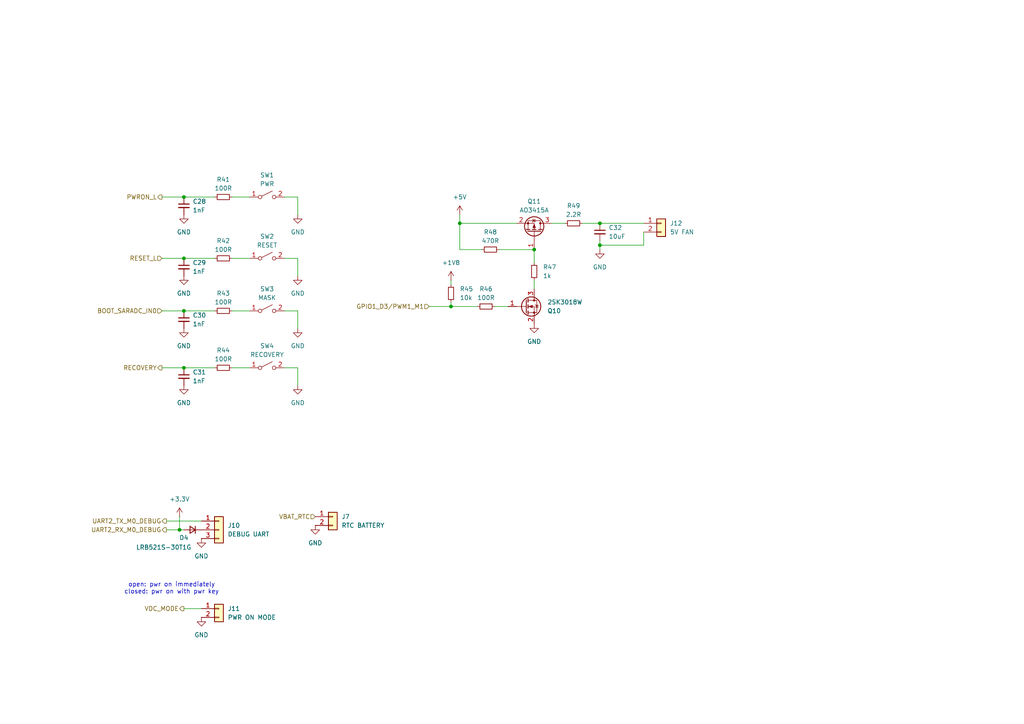
<source format=kicad_sch>
(kicad_sch (version 20240417) (generator "eeschema") (generator_version "8.99")
  (paper "A4")
  (title_block (title "anyon e") (date "2024-06-12") (rev "V0.1") (company "Byran Huang") (comment 4 "Proof of concept board for feature verification"))
  (lib_symbols
    (symbol "Connector_Generic:Conn_01x02" (pin_names (offset 1.016) hide)
      (property "Reference" "J" (at 0 2.54 0))
      (property "Value" "Conn_01x02" (at 0 -5.08 0))
      (symbol "Conn_01x02_1_1"
        (rectangle (start -1.27 1.27) (end 1.27 -3.81) (stroke (width 0.254)) (fill (type background)))
        (rectangle (start -1.27 0.127) (end 0 -0.127) (stroke (width 0.1524)))
        (rectangle (start -1.27 -2.413) (end 0 -2.667) (stroke (width 0.1524)))
        (pin passive line (at -5.08 0 0) (length 3.81) (name "Pin_1") (number "1"))
        (pin passive line (at -5.08 -2.54 0) (length 3.81) (name "Pin_2") (number "2"))
      )
    )
    (symbol "Connector_Generic:Conn_01x03" (pin_names (offset 1.016) hide)
      (property "Reference" "J" (at 0 5.08 0))
      (property "Value" "Conn_01x03" (at 0 -5.08 0))
      (symbol "Conn_01x03_1_1"
        (rectangle (start -1.27 3.81) (end 1.27 -3.81) (stroke (width 0.254)) (fill (type background)))
        (rectangle (start -1.27 2.667) (end 0 2.413) (stroke (width 0.1524)))
        (rectangle (start -1.27 0.127) (end 0 -0.127) (stroke (width 0.1524)))
        (rectangle (start -1.27 -2.413) (end 0 -2.667) (stroke (width 0.1524)))
        (pin passive line (at -5.08 2.54 0) (length 3.81) (name "Pin_1") (number "1"))
        (pin passive line (at -5.08 0 0) (length 3.81) (name "Pin_2") (number "2"))
        (pin passive line (at -5.08 -2.54 0) (length 3.81) (name "Pin_3") (number "3"))
      )
    )
    (symbol "Device:C_Small" (pin_numbers hide) (pin_names (offset 0.254) hide)
      (property "Reference" "C" (at 0.254 1.778 0))
      (property "Value" "C_Small" (at 0.254 -2.032 0))
      (symbol "C_Small_0_1"
        (polyline (pts (xy -1.524 0.508) (xy 1.524 0.508)) (stroke (width 0.3048)))
        (polyline (pts (xy -1.524 -0.508) (xy 1.524 -0.508)) (stroke (width 0.3302)))
      )
      (symbol "C_Small_1_1"
        (pin passive line (at 0 2.54 270) (length 2.032) (name "~") (number "1"))
        (pin passive line (at 0 -2.54 90) (length 2.032) (name "~") (number "2"))
      )
    )
    (symbol "Device:D_Small" (pin_numbers hide) (pin_names (offset 0.254) hide)
      (property "Reference" "D" (at -1.27 2.032 0))
      (property "Value" "D_Small" (at -3.81 -2.032 0))
      (symbol "D_Small_0_1"
        (polyline (pts (xy -0.762 0) (xy 0.762 0)))
        (polyline (pts (xy -0.762 -1.016) (xy -0.762 1.016)) (stroke (width 0.254)))
        (polyline (pts (xy 0.762 -1.016) (xy -0.762 0) (xy 0.762 1.016) (xy 0.762 -1.016)) (stroke (width 0.254)))
      )
      (symbol "D_Small_1_1"
        (pin passive line (at -2.54 0 0) (length 1.778) (name "K") (number "1"))
        (pin passive line (at 2.54 0 180) (length 1.778) (name "A") (number "2"))
      )
    )
    (symbol "Device:Q_PMOS_GSD" (pin_names (offset 0) hide)
      (property "Reference" "Q" (at 5.08 1.27 0))
      (property "Value" "Q_PMOS_GSD" (at 5.08 -1.27 0))
      (symbol "Q_PMOS_GSD_0_1"
        (polyline (pts (xy 0.254 1.905) (xy 0.254 -1.905)) (stroke (width 0.254)))
        (polyline (pts (xy 0.254 0) (xy -2.54 0)))
        (polyline (pts (xy 0.762 2.286) (xy 0.762 1.27)) (stroke (width 0.254)))
        (polyline (pts (xy 0.762 1.778) (xy 3.302 1.778) (xy 3.302 -1.778) (xy 0.762 -1.778)))
        (polyline (pts (xy 0.762 0.508) (xy 0.762 -0.508)) (stroke (width 0.254)))
        (polyline (pts (xy 0.762 -1.27) (xy 0.762 -2.286)) (stroke (width 0.254)))
        (circle (center 1.651 0) (radius 2.794) (stroke (width 0.254)))
        (polyline (pts (xy 2.286 0) (xy 1.27 0.381) (xy 1.27 -0.381) (xy 2.286 0)) (fill (type outline)))
        (polyline (pts (xy 2.54 2.54) (xy 2.54 1.778)))
        (circle (center 2.54 1.778) (radius 0.254) (fill (type outline)))
        (circle (center 2.54 -1.778) (radius 0.254) (fill (type outline)))
        (polyline (pts (xy 2.54 -2.54) (xy 2.54 0) (xy 0.762 0)))
        (polyline (pts (xy 2.794 -0.508) (xy 2.921 -0.381) (xy 3.683 -0.381) (xy 3.81 -0.254)))
        (polyline (pts (xy 3.302 -0.381) (xy 2.921 0.254) (xy 3.683 0.254) (xy 3.302 -0.381)))
      )
      (symbol "Q_PMOS_GSD_1_1"
        (pin input line (at -5.08 0 0) (length 2.54) (name "G") (number "1"))
        (pin passive line (at 2.54 -5.08 90) (length 2.54) (name "S") (number "2"))
        (pin passive line (at 2.54 5.08 270) (length 2.54) (name "D") (number "3"))
      )
    )
    (symbol "Device:R_Small" (pin_numbers hide) (pin_names (offset 0.254) hide)
      (property "Reference" "R" (at 0.762 0.508 0))
      (property "Value" "R_Small" (at 0.762 -1.016 0))
      (symbol "R_Small_0_1"
        (rectangle (start -0.762 1.778) (end 0.762 -1.778) (stroke (width 0.2032)))
      )
      (symbol "R_Small_1_1"
        (pin passive line (at 0 2.54 270) (length 0.762) (name "~") (number "1"))
        (pin passive line (at 0 -2.54 90) (length 0.762) (name "~") (number "2"))
      )
    )
    (symbol "Switch:SW_SPST" (pin_names (offset 0) hide)
      (property "Reference" "SW" (at 0 3.175 0))
      (property "Value" "SW_SPST" (at 0 -2.54 0))
      (symbol "SW_SPST_0_0"
        (circle (center -2.032 0) (radius 0.508))
        (polyline (pts (xy -1.524 0.254) (xy 1.524 1.778)))
        (circle (center 2.032 0) (radius 0.508))
      )
      (symbol "SW_SPST_1_1"
        (pin passive line (at -5.08 0 0) (length 2.54) (name "A") (number "1"))
        (pin passive line (at 5.08 0 180) (length 2.54) (name "B") (number "2"))
      )
    )
    (symbol "Transistor_FET:BSS214NW" (pin_names hide)
      (property "Reference" "Q" (at 5.08 1.905 0))
      (property "Value" "BSS214NW" (at 5.08 0 0))
      (symbol "BSS214NW_0_1"
        (polyline (pts (xy 0.254 1.905) (xy 0.254 -1.905)) (stroke (width 0.254)))
        (polyline (pts (xy 0.254 0) (xy -2.54 0)))
        (polyline (pts (xy 0.762 2.286) (xy 0.762 1.27)) (stroke (width 0.254)))
        (polyline (pts (xy 0.762 0.508) (xy 0.762 -0.508)) (stroke (width 0.254)))
        (polyline (pts (xy 0.762 -1.27) (xy 0.762 -2.286)) (stroke (width 0.254)))
        (polyline (pts (xy 0.762 -1.778) (xy 3.302 -1.778) (xy 3.302 1.778) (xy 0.762 1.778)))
        (polyline (pts (xy 1.016 0) (xy 2.032 0.381) (xy 2.032 -0.381) (xy 1.016 0)) (fill (type outline)))
        (circle (center 1.651 0) (radius 2.794) (stroke (width 0.254)))
        (polyline (pts (xy 2.54 2.54) (xy 2.54 1.778)))
        (circle (center 2.54 1.778) (radius 0.254) (fill (type outline)))
        (circle (center 2.54 -1.778) (radius 0.254) (fill (type outline)))
        (polyline (pts (xy 2.54 -2.54) (xy 2.54 0) (xy 0.762 0)))
        (polyline (pts (xy 2.794 0.508) (xy 2.921 0.381) (xy 3.683 0.381) (xy 3.81 0.254)))
        (polyline (pts (xy 3.302 0.381) (xy 2.921 -0.254) (xy 3.683 -0.254) (xy 3.302 0.381)))
      )
      (symbol "BSS214NW_1_1"
        (pin input line (at -5.08 0 0) (length 2.54) (name "G") (number "1"))
        (pin passive line (at 2.54 -5.08 90) (length 2.54) (name "S") (number "2"))
        (pin passive line (at 2.54 5.08 270) (length 2.54) (name "D") (number "3"))
      )
    )
    (symbol "power:+1V8" (power) (pin_numbers hide) (pin_names (offset 0) hide)
      (property "Value" "+1V8" (at 0 3.556 0))
      (symbol "+1V8_0_1"
        (polyline (pts (xy -0.762 1.27) (xy 0 2.54)))
        (polyline (pts (xy 0 2.54) (xy 0.762 1.27)))
        (polyline (pts (xy 0 0) (xy 0 2.54)))
      )
      (symbol "+1V8_1_1"
        (pin power_in line (at 0 0 90) (length 0) (name "~") (number "1"))
      )
    )
    (symbol "power:+3.3V" (power) (pin_numbers hide) (pin_names (offset 0) hide)
      (property "Value" "+3.3V" (at 0 3.556 0))
      (symbol "+3.3V_0_1"
        (polyline (pts (xy -0.762 1.27) (xy 0 2.54)))
        (polyline (pts (xy 0 2.54) (xy 0.762 1.27)))
        (polyline (pts (xy 0 0) (xy 0 2.54)))
      )
      (symbol "+3.3V_1_1"
        (pin power_in line (at 0 0 90) (length 0) (name "~") (number "1"))
      )
    )
    (symbol "power:+5V" (power) (pin_numbers hide) (pin_names (offset 0) hide)
      (property "Value" "+5V" (at 0 3.556 0))
      (symbol "+5V_0_1"
        (polyline (pts (xy -0.762 1.27) (xy 0 2.54)))
        (polyline (pts (xy 0 2.54) (xy 0.762 1.27)))
        (polyline (pts (xy 0 0) (xy 0 2.54)))
      )
      (symbol "+5V_1_1"
        (pin power_in line (at 0 0 90) (length 0) (name "~") (number "1"))
      )
    )
    (symbol "power:GND" (power) (pin_numbers hide) (pin_names (offset 0) hide)
      (property "Value" "GND" (at 0 -3.81 0))
      (symbol "GND_0_1"
        (polyline (pts (xy 0 0) (xy 0 -1.27) (xy 1.27 -1.27) (xy 0 -2.54) (xy -1.27 -1.27) (xy 0 -1.27)))
      )
      (symbol "GND_1_1"
        (pin power_in line (at 0 0 270) (length 0) (name "~") (number "1"))
      )
    )
  )
  (text "open: pwr on immediately\nclosed: pwr on with pwr key" (at 49.784 170.688 0) (effects (font (size 1.27 1.27))))
  (junction (at 173.99 71.12))
  (junction (at 53.34 74.93))
  (junction (at 53.34 57.15))
  (junction (at 173.99 64.77))
  (junction (at 52.07 153.67))
  (junction (at 53.34 90.17))
  (junction (at 53.34 106.68))
  (junction (at 133.35 64.77))
  (junction (at 154.94 72.39))
  (junction (at 130.81 88.9))
  (wire (pts (xy 67.31 74.93) (xy 72.39 74.93)))
  (wire (pts (xy 53.34 176.53) (xy 58.42 176.53)))
  (wire (pts (xy 67.31 106.68) (xy 72.39 106.68)))
  (wire (pts (xy 53.34 106.68) (xy 62.23 106.68)))
  (wire (pts (xy 154.94 72.39) (xy 154.94 76.2)))
  (wire (pts (xy 86.36 90.17) (xy 86.36 95.25)))
  (wire (pts (xy 130.81 88.9) (xy 138.43 88.9)))
  (wire (pts (xy 52.07 153.67) (xy 53.34 153.67)))
  (wire (pts (xy 86.36 74.93) (xy 86.36 80.01)))
  (wire (pts (xy 186.69 71.12) (xy 173.99 71.12)))
  (wire (pts (xy 46.99 90.17) (xy 53.34 90.17)))
  (wire (pts (xy 52.07 153.67) (xy 52.07 149.86)))
  (wire (pts (xy 53.34 74.93) (xy 62.23 74.93)))
  (wire (pts (xy 48.26 151.13) (xy 58.42 151.13)))
  (wire (pts (xy 143.51 88.9) (xy 147.32 88.9)))
  (wire (pts (xy 133.35 72.39) (xy 133.35 64.77)))
  (wire (pts (xy 139.7 72.39) (xy 133.35 72.39)))
  (wire (pts (xy 53.34 90.17) (xy 62.23 90.17)))
  (wire (pts (xy 86.36 57.15) (xy 82.55 57.15)))
  (wire (pts (xy 154.94 81.28) (xy 154.94 83.82)))
  (wire (pts (xy 173.99 64.77) (xy 186.69 64.77)))
  (wire (pts (xy 86.36 106.68) (xy 82.55 106.68)))
  (wire (pts (xy 160.02 64.77) (xy 163.83 64.77)))
  (wire (pts (xy 186.69 67.31) (xy 186.69 71.12)))
  (wire (pts (xy 130.81 87.63) (xy 130.81 88.9)))
  (wire (pts (xy 144.78 72.39) (xy 154.94 72.39)))
  (wire (pts (xy 130.81 82.55) (xy 130.81 81.28)))
  (wire (pts (xy 53.34 57.15) (xy 62.23 57.15)))
  (wire (pts (xy 173.99 72.39) (xy 173.99 71.12)))
  (wire (pts (xy 86.36 74.93) (xy 82.55 74.93)))
  (wire (pts (xy 173.99 71.12) (xy 173.99 69.85)))
  (wire (pts (xy 46.99 106.68) (xy 53.34 106.68)))
  (wire (pts (xy 124.46 88.9) (xy 130.81 88.9)))
  (wire (pts (xy 67.31 57.15) (xy 72.39 57.15)))
  (wire (pts (xy 149.86 64.77) (xy 133.35 64.77)))
  (wire (pts (xy 133.35 64.77) (xy 133.35 62.23)))
  (wire (pts (xy 168.91 64.77) (xy 173.99 64.77)))
  (wire (pts (xy 48.26 153.67) (xy 52.07 153.67)))
  (wire (pts (xy 67.31 90.17) (xy 72.39 90.17)))
  (wire (pts (xy 46.99 74.93) (xy 53.34 74.93)))
  (wire (pts (xy 46.99 57.15) (xy 53.34 57.15)))
  (wire (pts (xy 86.36 57.15) (xy 86.36 62.23)))
  (wire (pts (xy 86.36 90.17) (xy 82.55 90.17)))
  (wire (pts (xy 86.36 106.68) (xy 86.36 111.76)))
  (hierarchical_label "RECOVERY" (shape output) (at 46.99 106.68 180))
  (hierarchical_label "UART2_TX_M0_DEBUG" (shape output) (at 48.26 151.13 180))
  (hierarchical_label "VDC_MODE" (shape output) (at 53.34 176.53 180))
  (hierarchical_label "UART2_RX_M0_DEBUG" (shape output) (at 48.26 153.67 180))
  (hierarchical_label "GPIO1_D3{slash}PWM1_M1" (shape input) (at 124.46 88.9 180))
  (hierarchical_label "RESET_L" (shape input) (at 46.99 74.93 180))
  (hierarchical_label "BOOT_SARADC_IN0" (shape input) (at 46.99 90.17 180))
  (hierarchical_label "PWRON_L" (shape output) (at 46.99 57.15 180))
  (hierarchical_label "VBAT_RTC" (shape input) (at 91.44 149.86 180))
  (symbol (lib_id "Device:R_Small") (at 64.77 74.93 90) (unit 1)
    (property "Reference" "R42" (at 64.77 69.85 90))
    (property "Value" "100R" (at 64.77 72.39 90))
    (property "Description" "Resistor, small symbol" (effects (hide yes)))
  )
  (symbol (lib_id "Device:D_Small") (at 55.88 153.67 180) (unit 1)
    (property "Reference" "D4" (at 53.34 155.956 0))
    (property "Value" "LRB521S-30T1G" (at 47.498 158.75 0))
    (property "Description" "Diode, small symbol" (effects (hide yes)))
    (property "Sim.Device" "D" (effects (hide yes)))
    (property "Sim.Pins" "1=K 2=A" (effects (hide yes)))
  )
  (symbol (lib_id "Device:C_Small") (at 173.99 67.31 0) (unit 1)
    (property "Reference" "C32" (at 176.53 66.0462 0) (effects (justify left)))
    (property "Value" "10uF" (at 176.53 68.5862 0) (effects (justify left)))
    (property "Footprint" "Capacitor_SMD:C_0402_1005Metric" (effects (hide yes)))
    (property "Description" "Unpolarized capacitor, small symbol" (effects (hide yes)))
  )
  (symbol (lib_id "Device:R_Small") (at 130.81 85.09 0) (unit 1)
    (property "Reference" "R45" (at 133.35 83.8199 0) (effects (justify left)))
    (property "Value" "10k" (at 133.35 86.3599 0) (effects (justify left)))
    (property "Description" "Resistor, small symbol" (effects (hide yes)))
  )
  (symbol (lib_id "Device:R_Small") (at 140.97 88.9 90) (unit 1)
    (property "Reference" "R46" (at 140.97 83.82 90))
    (property "Value" "100R" (at 140.97 86.36 90))
    (property "Description" "Resistor, small symbol" (effects (hide yes)))
  )
  (symbol (lib_id "Transistor_FET:BSS214NW") (at 152.4 88.9 0) (unit 1)
    (property "Reference" "Q10" (at 158.75 90.1701 0) (effects (justify left)))
    (property "Value" "2SK3018W" (at 158.75 87.6301 0) (effects (justify left)))
    (property "Footprint" "Package_TO_SOT_SMD:SOT-323_SC-70" (effects (hide yes)))
    (property "Datasheet" "https://www.infineon.com/dgdl/Infineon-BSS214NW-DS-v02_02-en.pdf?fileId=db3a30431b3e89eb011b695aebc01bde" (effects (hide yes)))
    (property "Description" "20V Vds, 1.5A Id, N-Channel MOSFET, SOT-323" (effects (hide yes)))
  )
  (symbol (lib_id "power:GND") (at 86.36 62.23 0) (unit 1)
    (property "Reference" "#PWR055" (effects (hide yes)))
    (property "Value" "GND" (at 86.36 67.31 0))
    (property "Description" "Power symbol creates a global label with name \"GND\" , ground" (effects (hide yes)))
  )
  (symbol (lib_id "power:GND") (at 53.34 111.76 0) (unit 1)
    (property "Reference" "#PWR062" (effects (hide yes)))
    (property "Value" "GND" (at 53.34 116.84 0))
    (property "Description" "Power symbol creates a global label with name \"GND\" , ground" (effects (hide yes)))
  )
  (symbol (lib_id "power:GND") (at 58.42 179.07 0) (unit 1)
    (property "Reference" "#PWR067" (effects (hide yes)))
    (property "Value" "GND" (at 58.42 184.15 0))
    (property "Description" "Power symbol creates a global label with name \"GND\" , ground" (effects (hide yes)))
  )
  (symbol (lib_id "Device:C_Small") (at 53.34 59.69 0) (unit 1)
    (property "Reference" "C28" (at 55.88 58.4262 0) (effects (justify left)))
    (property "Value" "1nF" (at 55.88 60.9662 0) (effects (justify left)))
    (property "Footprint" "Capacitor_SMD:C_0402_1005Metric" (effects (hide yes)))
    (property "Description" "Unpolarized capacitor, small symbol" (effects (hide yes)))
  )
  (symbol (lib_id "Switch:SW_SPST") (at 77.47 74.93 0) (unit 1)
    (property "Reference" "SW2" (at 77.47 68.58 0))
    (property "Value" "RESET" (at 77.47 71.12 0))
    (property "Description" "Single Pole Single Throw (SPST) switch" (effects (hide yes)))
  )
  (symbol (lib_id "power:GND") (at 173.99 72.39 0) (unit 1)
    (property "Reference" "#PWR071" (effects (hide yes)))
    (property "Value" "GND" (at 173.99 77.47 0))
    (property "Description" "Power symbol creates a global label with name \"GND\" , ground" (effects (hide yes)))
  )
  (symbol (lib_id "power:GND") (at 86.36 95.25 0) (unit 1)
    (property "Reference" "#PWR061" (effects (hide yes)))
    (property "Value" "GND" (at 86.36 100.33 0))
    (property "Description" "Power symbol creates a global label with name \"GND\" , ground" (effects (hide yes)))
  )
  (symbol (lib_id "power:+5V") (at 133.35 62.23 0) (unit 1)
    (property "Reference" "#PWR070" (effects (hide yes)))
    (property "Value" "+5V" (at 133.35 57.15 0))
    (property "Description" "Power symbol creates a global label with name \"+5V\"" (effects (hide yes)))
  )
  (symbol (lib_id "power:GND") (at 154.94 93.98 0) (unit 1)
    (property "Reference" "#PWR069" (effects (hide yes)))
    (property "Value" "GND" (at 154.94 99.06 0))
    (property "Description" "Power symbol creates a global label with name \"GND\" , ground" (effects (hide yes)))
  )
  (symbol (lib_id "power:GND") (at 53.34 95.25 0) (unit 1)
    (property "Reference" "#PWR060" (effects (hide yes)))
    (property "Value" "GND" (at 53.34 100.33 0))
    (property "Description" "Power symbol creates a global label with name \"GND\" , ground" (effects (hide yes)))
  )
  (symbol (lib_id "power:GND") (at 86.36 80.01 0) (unit 1)
    (property "Reference" "#PWR059" (effects (hide yes)))
    (property "Value" "GND" (at 86.36 85.09 0))
    (property "Description" "Power symbol creates a global label with name \"GND\" , ground" (effects (hide yes)))
  )
  (symbol (lib_id "Device:R_Small") (at 154.94 78.74 0) (unit 1)
    (property "Reference" "R47" (at 157.48 77.4699 0) (effects (justify left)))
    (property "Value" "1k" (at 157.48 80.0099 0) (effects (justify left)))
    (property "Description" "Resistor, small symbol" (effects (hide yes)))
  )
  (symbol (lib_id "Switch:SW_SPST") (at 77.47 106.68 0) (unit 1)
    (property "Reference" "SW4" (at 77.47 100.33 0))
    (property "Value" "RECOVERY" (at 77.47 102.87 0))
    (property "Description" "Single Pole Single Throw (SPST) switch" (effects (hide yes)))
  )
  (symbol (lib_id "Device:R_Small") (at 64.77 57.15 90) (unit 1)
    (property "Reference" "R41" (at 64.77 52.07 90))
    (property "Value" "100R" (at 64.77 54.61 90))
    (property "Description" "Resistor, small symbol" (effects (hide yes)))
  )
  (symbol (lib_id "Connector_Generic:Conn_01x02") (at 191.77 64.77 0) (unit 1)
    (property "Reference" "J12" (at 194.31 64.7699 0) (effects (justify left)))
    (property "Value" "5V FAN" (at 194.31 67.3099 0) (effects (justify left)))
    (property "Description" "Generic connector, single row, 01x02, script generated (kicad-library-utils/schlib/autogen/connector/)" (effects (hide yes)))
  )
  (symbol (lib_id "Connector_Generic:Conn_01x02") (at 63.5 176.53 0) (unit 1)
    (property "Reference" "J11" (at 66.04 176.5299 0) (effects (justify left)))
    (property "Value" "PWR ON MODE" (at 66.04 179.0699 0) (effects (justify left)))
    (property "Description" "Generic connector, single row, 01x02, script generated (kicad-library-utils/schlib/autogen/connector/)" (effects (hide yes)))
  )
  (symbol (lib_id "Device:R_Small") (at 64.77 106.68 90) (unit 1)
    (property "Reference" "R44" (at 64.77 101.6 90))
    (property "Value" "100R" (at 64.77 104.14 90))
    (property "Description" "Resistor, small symbol" (effects (hide yes)))
  )
  (symbol (lib_id "Device:R_Small") (at 64.77 90.17 90) (unit 1)
    (property "Reference" "R43" (at 64.77 85.09 90))
    (property "Value" "100R" (at 64.77 87.63 90))
    (property "Description" "Resistor, small symbol" (effects (hide yes)))
  )
  (symbol (lib_id "Switch:SW_SPST") (at 77.47 57.15 0) (unit 1)
    (property "Reference" "SW1" (at 77.47 50.8 0))
    (property "Value" "PWR" (at 77.47 53.34 0))
    (property "Description" "Single Pole Single Throw (SPST) switch" (effects (hide yes)))
  )
  (symbol (lib_id "power:GND") (at 53.34 80.01 0) (unit 1)
    (property "Reference" "#PWR058" (effects (hide yes)))
    (property "Value" "GND" (at 53.34 85.09 0))
    (property "Description" "Power symbol creates a global label with name \"GND\" , ground" (effects (hide yes)))
  )
  (symbol (lib_id "power:+3.3V") (at 52.07 149.86 0) (unit 1)
    (property "Reference" "#PWR065" (effects (hide yes)))
    (property "Value" "+3.3V" (at 52.07 144.78 0))
    (property "Description" "Power symbol creates a global label with name \"+3.3V\"" (effects (hide yes)))
  )
  (symbol (lib_id "Connector_Generic:Conn_01x02") (at 96.52 149.86 0) (unit 1)
    (property "Reference" "J7" (at 99.06 149.8599 0) (effects (justify left)))
    (property "Value" "RTC BATTERY" (at 99.06 152.3999 0) (effects (justify left)))
    (property "Description" "Generic connector, single row, 01x02, script generated (kicad-library-utils/schlib/autogen/connector/)" (effects (hide yes)))
  )
  (symbol (lib_id "Connector_Generic:Conn_01x03") (at 63.5 153.67 0) (unit 1)
    (property "Reference" "J10" (at 66.04 152.3999 0) (effects (justify left)))
    (property "Value" "DEBUG UART" (at 66.04 154.9399 0) (effects (justify left)))
    (property "Description" "Generic connector, single row, 01x03, script generated (kicad-library-utils/schlib/autogen/connector/)" (effects (hide yes)))
  )
  (symbol (lib_id "power:GND") (at 86.36 111.76 0) (unit 1)
    (property "Reference" "#PWR063" (effects (hide yes)))
    (property "Value" "GND" (at 86.36 116.84 0))
    (property "Description" "Power symbol creates a global label with name \"GND\" , ground" (effects (hide yes)))
  )
  (symbol (lib_id "power:GND") (at 53.34 62.23 0) (unit 1)
    (property "Reference" "#PWR054" (effects (hide yes)))
    (property "Value" "GND" (at 53.34 67.31 0))
    (property "Description" "Power symbol creates a global label with name \"GND\" , ground" (effects (hide yes)))
  )
  (symbol (lib_id "Device:C_Small") (at 53.34 77.47 0) (unit 1)
    (property "Reference" "C29" (at 55.88 76.2062 0) (effects (justify left)))
    (property "Value" "1nF" (at 55.88 78.7462 0) (effects (justify left)))
    (property "Footprint" "Capacitor_SMD:C_0402_1005Metric" (effects (hide yes)))
    (property "Description" "Unpolarized capacitor, small symbol" (effects (hide yes)))
  )
  (symbol (lib_id "Device:C_Small") (at 53.34 109.22 0) (unit 1)
    (property "Reference" "C31" (at 55.88 107.9562 0) (effects (justify left)))
    (property "Value" "1nF" (at 55.88 110.4962 0) (effects (justify left)))
    (property "Footprint" "Capacitor_SMD:C_0402_1005Metric" (effects (hide yes)))
    (property "Description" "Unpolarized capacitor, small symbol" (effects (hide yes)))
  )
  (symbol (lib_id "Switch:SW_SPST") (at 77.47 90.17 0) (unit 1)
    (property "Reference" "SW3" (at 77.47 83.82 0))
    (property "Value" "MASK" (at 77.47 86.36 0))
    (property "Description" "Single Pole Single Throw (SPST) switch" (effects (hide yes)))
  )
  (symbol (lib_id "Device:R_Small") (at 142.24 72.39 90) (unit 1)
    (property "Reference" "R48" (at 142.24 67.31 90))
    (property "Value" "470R" (at 142.24 69.85 90))
    (property "Description" "Resistor, small symbol" (effects (hide yes)))
  )
  (symbol (lib_id "Device:C_Small") (at 53.34 92.71 0) (unit 1)
    (property "Reference" "C30" (at 55.88 91.4462 0) (effects (justify left)))
    (property "Value" "1nF" (at 55.88 93.9862 0) (effects (justify left)))
    (property "Footprint" "Capacitor_SMD:C_0402_1005Metric" (effects (hide yes)))
    (property "Description" "Unpolarized capacitor, small symbol" (effects (hide yes)))
  )
  (symbol (lib_id "power:+1V8") (at 130.81 81.28 0) (unit 1)
    (property "Reference" "#PWR068" (effects (hide yes)))
    (property "Value" "+1V8" (at 130.81 76.2 0))
    (property "Description" "Power symbol creates a global label with name \"+1V8\"" (effects (hide yes)))
  )
  (symbol (lib_id "Device:R_Small") (at 166.37 64.77 90) (unit 1)
    (property "Reference" "R49" (at 166.37 59.69 90))
    (property "Value" "2.2R" (at 166.37 62.23 90))
    (property "Description" "Resistor, small symbol" (effects (hide yes)))
  )
  (symbol (lib_id "Device:Q_PMOS_GSD") (at 154.94 67.31 270) (mirror x) (unit 1)
    (property "Reference" "Q11" (at 154.94 58.42 90))
    (property "Value" "AO3415A" (at 154.94 60.96 90))
    (property "Description" "P-MOSFET transistor, gate/source/drain" (effects (hide yes)))
  )
  (symbol (lib_id "power:GND") (at 91.44 152.4 0) (unit 1)
    (property "Reference" "#PWR064" (effects (hide yes)))
    (property "Value" "GND" (at 91.44 157.48 0))
    (property "Description" "Power symbol creates a global label with name \"GND\" , ground" (effects (hide yes)))
  )
  (symbol (lib_id "power:GND") (at 58.42 156.21 0) (unit 1)
    (property "Reference" "#PWR066" (effects (hide yes)))
    (property "Value" "GND" (at 58.42 161.29 0))
    (property "Description" "Power symbol creates a global label with name \"GND\" , ground" (effects (hide yes)))
  )
)
</source>
